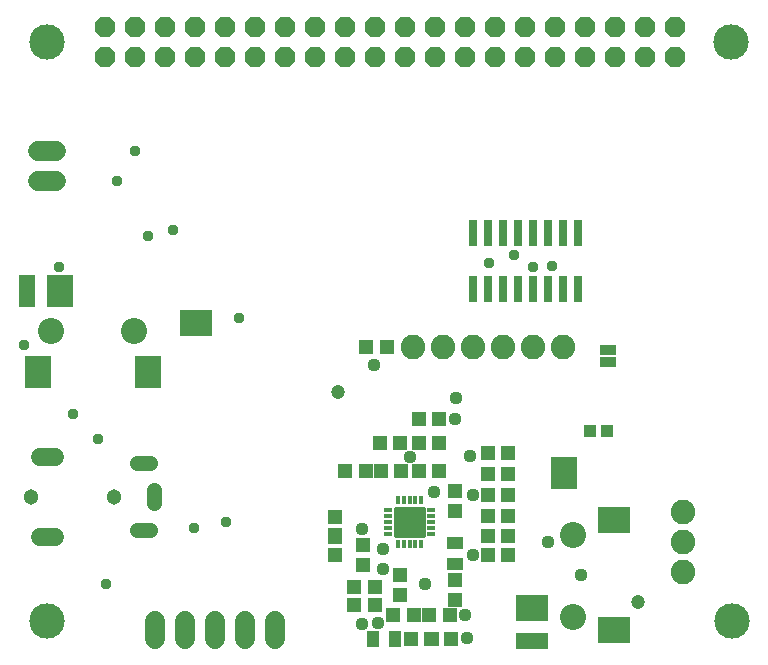
<source format=gbr>
G04 EAGLE Gerber RS-274X export*
G75*
%MOMM*%
%FSLAX34Y34*%
%LPD*%
%INSoldermask Top*%
%IPPOS*%
%AMOC8*
5,1,8,0,0,1.08239X$1,22.5*%
G01*
%ADD10C,3.003200*%
%ADD11R,0.703200X0.453200*%
%ADD12R,0.453200X0.703200*%
%ADD13C,0.459544*%
%ADD14R,1.303200X1.203200*%
%ADD15R,1.203200X1.303200*%
%ADD16R,1.003200X1.403200*%
%ADD17R,1.403200X1.003200*%
%ADD18R,2.703200X2.203200*%
%ADD19R,2.203200X2.703200*%
%ADD20R,2.703200X1.403200*%
%ADD21C,2.203200*%
%ADD22C,2.082800*%
%ADD23R,1.003200X1.003200*%
%ADD24R,1.473200X0.838200*%
%ADD25C,1.203200*%
%ADD26C,1.727200*%
%ADD27P,1.869504X8X22.500000*%
%ADD28R,1.403200X2.703200*%
%ADD29R,0.762000X2.184400*%
%ADD30C,1.511200*%
%ADD31C,1.303200*%
%ADD32C,1.311200*%
%ADD33C,1.117600*%
%ADD34C,0.959600*%


D10*
X615000Y35000D03*
X614000Y525000D03*
X35000Y525000D03*
X35000Y35000D03*
D11*
X360160Y108610D03*
X360160Y113610D03*
X360160Y118610D03*
X360160Y123610D03*
X360160Y128610D03*
D12*
X351660Y137110D03*
X346660Y137110D03*
X341660Y137110D03*
X336660Y137110D03*
X331660Y137110D03*
D11*
X323160Y128610D03*
X323160Y123610D03*
X323160Y118610D03*
X323160Y113610D03*
X323160Y108610D03*
D12*
X331660Y100110D03*
X336660Y100110D03*
X341660Y100110D03*
X346660Y100110D03*
X351660Y100110D03*
D13*
X352879Y129829D02*
X330441Y129829D01*
X352879Y129829D02*
X352879Y107391D01*
X330441Y107391D01*
X330441Y129829D01*
X330441Y111756D02*
X352879Y111756D01*
X352879Y116121D02*
X330441Y116121D01*
X330441Y120486D02*
X352879Y120486D01*
X352879Y124851D02*
X330441Y124851D01*
X330441Y129216D02*
X352879Y129216D01*
D14*
X425090Y107180D03*
X408090Y107180D03*
X425090Y123690D03*
X408090Y123690D03*
X349670Y185920D03*
X366670Y185920D03*
D15*
X379760Y69960D03*
X379760Y52960D03*
X333405Y73770D03*
X333405Y56770D03*
D14*
X287440Y161790D03*
X304440Y161790D03*
X317285Y161790D03*
X334285Y161790D03*
D15*
X379760Y127890D03*
X379760Y144890D03*
D14*
X312060Y64000D03*
X295060Y64000D03*
D15*
X302290Y82170D03*
X302290Y99170D03*
D16*
X329070Y19550D03*
X311070Y19550D03*
D17*
X379760Y100940D03*
X379760Y82940D03*
D14*
X316650Y185920D03*
X333650Y185920D03*
X349670Y161790D03*
X366670Y161790D03*
X425090Y141470D03*
X408090Y141470D03*
X425090Y90670D03*
X408090Y90670D03*
X345080Y39870D03*
X328080Y39870D03*
X375560Y39870D03*
X358560Y39870D03*
X295060Y48760D03*
X312060Y48760D03*
X349670Y206240D03*
X366670Y206240D03*
X408090Y159250D03*
X425090Y159250D03*
D18*
X514590Y27040D03*
X514590Y120040D03*
X445590Y46040D03*
D19*
X472590Y160540D03*
D20*
X445590Y18040D03*
D21*
X480090Y38040D03*
X480090Y108040D03*
D22*
X471200Y267200D03*
X445800Y267200D03*
X420400Y267200D03*
X395000Y267200D03*
X369600Y267200D03*
X344200Y267200D03*
D14*
X322220Y267200D03*
X305220Y267200D03*
D22*
X572800Y127500D03*
X572800Y102100D03*
X572800Y76700D03*
D14*
X425090Y177030D03*
X408090Y177030D03*
D23*
X509180Y196080D03*
X494180Y196080D03*
D24*
X509300Y264660D03*
X509300Y254500D03*
D14*
X376830Y19550D03*
X359830Y19550D03*
X360320Y19550D03*
X343320Y19550D03*
D15*
X278160Y123300D03*
X278160Y106300D03*
X278160Y108060D03*
X278160Y91060D03*
D25*
X534700Y51300D03*
X280700Y229100D03*
D26*
X42620Y432700D02*
X27380Y432700D01*
X27380Y407300D02*
X42620Y407300D01*
D27*
X83700Y512300D03*
X83700Y537700D03*
X109100Y512300D03*
X109100Y537700D03*
X134500Y512300D03*
X134500Y537700D03*
X159900Y512300D03*
X159900Y537700D03*
X185300Y512300D03*
X185300Y537700D03*
X210700Y512300D03*
X210700Y537700D03*
X236100Y512300D03*
X236100Y537700D03*
X261500Y512300D03*
X261500Y537700D03*
X286900Y512300D03*
X286900Y537700D03*
X312300Y512300D03*
X312300Y537700D03*
X337700Y512300D03*
X337700Y537700D03*
X363100Y512300D03*
X363100Y537700D03*
X388500Y512300D03*
X388500Y537700D03*
X413900Y512300D03*
X413900Y537700D03*
X439300Y512300D03*
X439300Y537700D03*
X464700Y512300D03*
X464700Y537700D03*
X490100Y512300D03*
X490100Y537700D03*
X515500Y512300D03*
X515500Y537700D03*
X540900Y512300D03*
X540900Y537700D03*
X566300Y512300D03*
X566300Y537700D03*
D19*
X27000Y245500D03*
X120000Y245500D03*
X46000Y314500D03*
D18*
X160500Y287500D03*
D28*
X18000Y314500D03*
D21*
X38000Y280000D03*
X108000Y280000D03*
D29*
X484450Y363622D03*
X471750Y363622D03*
X459050Y363622D03*
X446350Y363622D03*
X433650Y363622D03*
X420950Y363622D03*
X408250Y363622D03*
X395550Y363622D03*
X395550Y316378D03*
X408250Y316378D03*
X420950Y316378D03*
X433650Y316378D03*
X446350Y316378D03*
X459050Y316378D03*
X471750Y316378D03*
X484450Y316378D03*
D30*
X41740Y174000D02*
X28660Y174000D01*
D31*
X91200Y140000D03*
X21200Y140000D03*
D30*
X28660Y106000D02*
X41740Y106000D01*
D32*
X110660Y168500D02*
X121740Y168500D01*
X125200Y145540D02*
X125200Y134460D01*
X121740Y111500D02*
X110660Y111500D01*
D26*
X126000Y35220D02*
X126000Y19980D01*
X151400Y19980D02*
X151400Y35220D01*
X176800Y35220D02*
X176800Y19980D01*
X202200Y19980D02*
X202200Y35220D01*
X227600Y35220D02*
X227600Y19980D01*
D33*
X318800Y95750D03*
X341660Y118610D03*
X381030Y224020D03*
X392460Y174490D03*
D34*
X78200Y188800D03*
X57100Y209900D03*
X186600Y118600D03*
X15212Y268929D03*
X462700Y335600D03*
D33*
X301020Y32250D03*
X341660Y173855D03*
X458500Y102100D03*
X486440Y74160D03*
X361980Y144010D03*
X314990Y33520D03*
X354360Y66540D03*
X388650Y39870D03*
X379760Y206240D03*
X318800Y79240D03*
X301020Y112895D03*
X311180Y251960D03*
X389920Y20820D03*
D34*
X120000Y360600D03*
X94300Y407700D03*
X158900Y113900D03*
D33*
X395000Y141470D03*
X395000Y90670D03*
D34*
X109100Y433000D03*
X141000Y366300D03*
X197500Y291100D03*
X84300Y65900D03*
X44800Y334300D03*
X409000Y337600D03*
X430300Y345000D03*
X446500Y334700D03*
M02*

</source>
